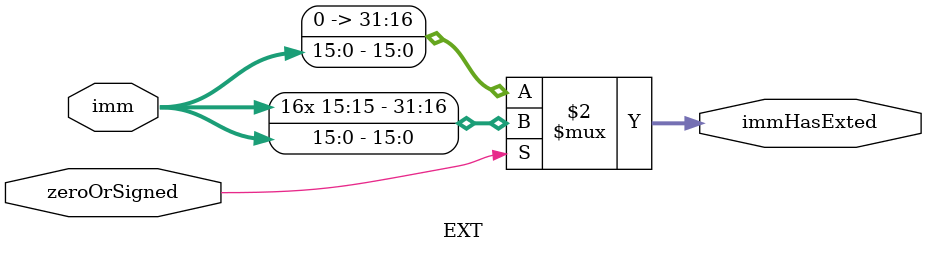
<source format=v>
module EXT(
    input [15:0]imm,
    input zeroOrSigned,

    output [31:0]immHasExted
);
    assign immHasExted  =   (zeroOrSigned==0)?  {16'd0,imm}:
                                                {{16{imm[15]}},imm};
    
endmodule 

</source>
